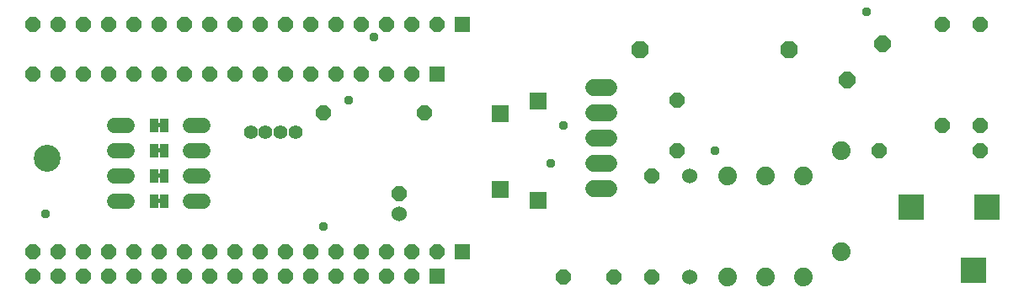
<source format=gbr>
G04 EAGLE Gerber RS-274X export*
G75*
%MOMM*%
%FSLAX34Y34*%
%LPD*%
%INSoldermask Bottom*%
%IPPOS*%
%AMOC8*
5,1,8,0,0,1.08239X$1,22.5*%
G01*
%ADD10C,2.703200*%
%ADD11P,1.649562X8X112.500000*%
%ADD12C,1.524000*%
%ADD13P,1.869504X8X202.500000*%
%ADD14P,1.649562X8X292.500000*%
%ADD15C,1.879600*%
%ADD16P,1.649562X8X22.500000*%
%ADD17P,1.649562X8X202.500000*%
%ADD18R,1.711200X1.711200*%
%ADD19C,1.411200*%
%ADD20C,1.524000*%
%ADD21R,2.603200X2.603200*%
%ADD22P,1.635708X8X202.500000*%
%ADD23R,1.511200X1.511200*%
%ADD24P,1.743947X8X247.500000*%
%ADD25C,1.727200*%
%ADD26R,0.838200X1.473200*%
%ADD27C,0.959600*%

G36*
X154370Y201307D02*
X154370Y201307D01*
X154436Y201309D01*
X154479Y201327D01*
X154526Y201335D01*
X154583Y201369D01*
X154643Y201394D01*
X154678Y201425D01*
X154719Y201450D01*
X154761Y201501D01*
X154809Y201545D01*
X154831Y201587D01*
X154860Y201624D01*
X154881Y201686D01*
X154912Y201745D01*
X154920Y201799D01*
X154932Y201836D01*
X154931Y201876D01*
X154939Y201930D01*
X154939Y204470D01*
X154928Y204535D01*
X154926Y204601D01*
X154908Y204644D01*
X154900Y204691D01*
X154866Y204748D01*
X154841Y204808D01*
X154810Y204843D01*
X154785Y204884D01*
X154734Y204926D01*
X154690Y204974D01*
X154648Y204996D01*
X154611Y205025D01*
X154549Y205046D01*
X154490Y205077D01*
X154436Y205085D01*
X154399Y205097D01*
X154359Y205096D01*
X154305Y205104D01*
X150495Y205104D01*
X150430Y205093D01*
X150364Y205091D01*
X150321Y205073D01*
X150274Y205065D01*
X150217Y205031D01*
X150157Y205006D01*
X150122Y204975D01*
X150081Y204950D01*
X150040Y204899D01*
X149991Y204855D01*
X149969Y204813D01*
X149940Y204776D01*
X149919Y204714D01*
X149888Y204655D01*
X149880Y204601D01*
X149868Y204564D01*
X149868Y204561D01*
X149869Y204524D01*
X149861Y204470D01*
X149861Y201930D01*
X149872Y201865D01*
X149874Y201799D01*
X149892Y201756D01*
X149900Y201709D01*
X149934Y201652D01*
X149959Y201592D01*
X149990Y201557D01*
X150015Y201516D01*
X150066Y201475D01*
X150110Y201426D01*
X150152Y201404D01*
X150189Y201375D01*
X150251Y201354D01*
X150310Y201323D01*
X150364Y201315D01*
X150401Y201303D01*
X150441Y201304D01*
X150495Y201296D01*
X154305Y201296D01*
X154370Y201307D01*
G37*
G36*
X154370Y175907D02*
X154370Y175907D01*
X154436Y175909D01*
X154479Y175927D01*
X154526Y175935D01*
X154583Y175969D01*
X154643Y175994D01*
X154678Y176025D01*
X154719Y176050D01*
X154761Y176101D01*
X154809Y176145D01*
X154831Y176187D01*
X154860Y176224D01*
X154881Y176286D01*
X154912Y176345D01*
X154920Y176399D01*
X154932Y176436D01*
X154931Y176476D01*
X154939Y176530D01*
X154939Y179070D01*
X154928Y179135D01*
X154926Y179201D01*
X154908Y179244D01*
X154900Y179291D01*
X154866Y179348D01*
X154841Y179408D01*
X154810Y179443D01*
X154785Y179484D01*
X154734Y179526D01*
X154690Y179574D01*
X154648Y179596D01*
X154611Y179625D01*
X154549Y179646D01*
X154490Y179677D01*
X154436Y179685D01*
X154399Y179697D01*
X154359Y179696D01*
X154305Y179704D01*
X150495Y179704D01*
X150430Y179693D01*
X150364Y179691D01*
X150321Y179673D01*
X150274Y179665D01*
X150217Y179631D01*
X150157Y179606D01*
X150122Y179575D01*
X150081Y179550D01*
X150040Y179499D01*
X149991Y179455D01*
X149969Y179413D01*
X149940Y179376D01*
X149919Y179314D01*
X149888Y179255D01*
X149880Y179201D01*
X149868Y179164D01*
X149868Y179161D01*
X149869Y179124D01*
X149861Y179070D01*
X149861Y176530D01*
X149872Y176465D01*
X149874Y176399D01*
X149892Y176356D01*
X149900Y176309D01*
X149934Y176252D01*
X149959Y176192D01*
X149990Y176157D01*
X150015Y176116D01*
X150066Y176075D01*
X150110Y176026D01*
X150152Y176004D01*
X150189Y175975D01*
X150251Y175954D01*
X150310Y175923D01*
X150364Y175915D01*
X150401Y175903D01*
X150441Y175904D01*
X150495Y175896D01*
X154305Y175896D01*
X154370Y175907D01*
G37*
G36*
X154370Y150507D02*
X154370Y150507D01*
X154436Y150509D01*
X154479Y150527D01*
X154526Y150535D01*
X154583Y150569D01*
X154643Y150594D01*
X154678Y150625D01*
X154719Y150650D01*
X154761Y150701D01*
X154809Y150745D01*
X154831Y150787D01*
X154860Y150824D01*
X154881Y150886D01*
X154912Y150945D01*
X154920Y150999D01*
X154932Y151036D01*
X154931Y151076D01*
X154939Y151130D01*
X154939Y153670D01*
X154928Y153735D01*
X154926Y153801D01*
X154908Y153844D01*
X154900Y153891D01*
X154866Y153948D01*
X154841Y154008D01*
X154810Y154043D01*
X154785Y154084D01*
X154734Y154126D01*
X154690Y154174D01*
X154648Y154196D01*
X154611Y154225D01*
X154549Y154246D01*
X154490Y154277D01*
X154436Y154285D01*
X154399Y154297D01*
X154359Y154296D01*
X154305Y154304D01*
X150495Y154304D01*
X150430Y154293D01*
X150364Y154291D01*
X150321Y154273D01*
X150274Y154265D01*
X150217Y154231D01*
X150157Y154206D01*
X150122Y154175D01*
X150081Y154150D01*
X150040Y154099D01*
X149991Y154055D01*
X149969Y154013D01*
X149940Y153976D01*
X149919Y153914D01*
X149888Y153855D01*
X149880Y153801D01*
X149868Y153764D01*
X149868Y153761D01*
X149869Y153724D01*
X149861Y153670D01*
X149861Y151130D01*
X149872Y151065D01*
X149874Y150999D01*
X149892Y150956D01*
X149900Y150909D01*
X149934Y150852D01*
X149959Y150792D01*
X149990Y150757D01*
X150015Y150716D01*
X150066Y150675D01*
X150110Y150626D01*
X150152Y150604D01*
X150189Y150575D01*
X150251Y150554D01*
X150310Y150523D01*
X150364Y150515D01*
X150401Y150503D01*
X150441Y150504D01*
X150495Y150496D01*
X154305Y150496D01*
X154370Y150507D01*
G37*
G36*
X154370Y125107D02*
X154370Y125107D01*
X154436Y125109D01*
X154479Y125127D01*
X154526Y125135D01*
X154583Y125169D01*
X154643Y125194D01*
X154678Y125225D01*
X154719Y125250D01*
X154761Y125301D01*
X154809Y125345D01*
X154831Y125387D01*
X154860Y125424D01*
X154881Y125486D01*
X154912Y125545D01*
X154920Y125599D01*
X154932Y125636D01*
X154931Y125676D01*
X154939Y125730D01*
X154939Y128270D01*
X154928Y128335D01*
X154926Y128401D01*
X154908Y128444D01*
X154900Y128491D01*
X154866Y128548D01*
X154841Y128608D01*
X154810Y128643D01*
X154785Y128684D01*
X154734Y128726D01*
X154690Y128774D01*
X154648Y128796D01*
X154611Y128825D01*
X154549Y128846D01*
X154490Y128877D01*
X154436Y128885D01*
X154399Y128897D01*
X154359Y128896D01*
X154305Y128904D01*
X150495Y128904D01*
X150430Y128893D01*
X150364Y128891D01*
X150321Y128873D01*
X150274Y128865D01*
X150217Y128831D01*
X150157Y128806D01*
X150122Y128775D01*
X150081Y128750D01*
X150040Y128699D01*
X149991Y128655D01*
X149969Y128613D01*
X149940Y128576D01*
X149919Y128514D01*
X149888Y128455D01*
X149880Y128401D01*
X149868Y128364D01*
X149868Y128361D01*
X149869Y128324D01*
X149861Y128270D01*
X149861Y125730D01*
X149872Y125665D01*
X149874Y125599D01*
X149892Y125556D01*
X149900Y125509D01*
X149934Y125452D01*
X149959Y125392D01*
X149990Y125357D01*
X150015Y125316D01*
X150066Y125275D01*
X150110Y125226D01*
X150152Y125204D01*
X150189Y125175D01*
X150251Y125154D01*
X150310Y125123D01*
X150364Y125115D01*
X150401Y125103D01*
X150441Y125104D01*
X150495Y125096D01*
X154305Y125096D01*
X154370Y125107D01*
G37*
D10*
X40000Y170000D03*
D11*
X393700Y134620D03*
D12*
X393700Y114300D03*
D13*
X786130Y279400D03*
X636270Y279400D03*
D14*
X673100Y228600D03*
X673100Y177800D03*
D15*
X762000Y152400D03*
X762000Y50800D03*
X723900Y50800D03*
X723900Y152400D03*
X800100Y152400D03*
X800100Y50800D03*
D14*
X939800Y304800D03*
X939800Y203200D03*
D11*
X977900Y203200D03*
X977900Y304800D03*
D16*
X876300Y177800D03*
X977900Y177800D03*
D17*
X609600Y50800D03*
X558800Y50800D03*
D18*
X495300Y138430D03*
X495300Y214630D03*
D19*
X289800Y195900D03*
X274800Y195900D03*
X259800Y195900D03*
X244800Y195900D03*
D20*
X120904Y203200D02*
X107696Y203200D01*
X107696Y177800D02*
X120904Y177800D01*
X120904Y152400D02*
X107696Y152400D01*
X107696Y127000D02*
X120904Y127000D01*
X183896Y127000D02*
X197104Y127000D01*
X197104Y152400D02*
X183896Y152400D01*
X183896Y177800D02*
X197104Y177800D01*
X197104Y203200D02*
X183896Y203200D01*
D21*
X971550Y57150D03*
D18*
X533400Y127800D03*
X533400Y227800D03*
D15*
X838200Y76200D03*
X838200Y177800D03*
D22*
X406400Y254160D03*
X381000Y254160D03*
X355600Y254160D03*
X330200Y254160D03*
X304800Y254160D03*
X279400Y254160D03*
X254000Y254160D03*
X228600Y254160D03*
X203200Y254160D03*
X177800Y254160D03*
X152400Y254160D03*
X127000Y254160D03*
X101600Y254160D03*
X76200Y254160D03*
X50800Y254160D03*
X25400Y254160D03*
X25400Y50960D03*
X50800Y50960D03*
X76200Y50960D03*
X101600Y50960D03*
X127000Y50960D03*
X152400Y50960D03*
X177800Y50960D03*
X203200Y50960D03*
X228600Y50960D03*
X254000Y50960D03*
X279400Y50960D03*
X304800Y50960D03*
X330200Y50960D03*
X355600Y50960D03*
X381000Y50960D03*
X406400Y50960D03*
D23*
X431800Y254160D03*
X431800Y50960D03*
D12*
X685800Y152400D03*
X685800Y50800D03*
D17*
X419100Y215900D03*
X317500Y215900D03*
D11*
X647700Y50800D03*
X647700Y152400D03*
D23*
X457200Y304800D03*
D22*
X431800Y304800D03*
X406400Y304800D03*
X381000Y304800D03*
X355600Y304800D03*
X330200Y304800D03*
X304800Y304800D03*
X279400Y304800D03*
X254000Y304800D03*
X228600Y304800D03*
X203200Y304800D03*
X177800Y304800D03*
X152400Y304800D03*
X127000Y304800D03*
X101600Y304800D03*
X76200Y304800D03*
X50800Y304800D03*
X25400Y304800D03*
X25400Y76200D03*
X50800Y76200D03*
X76200Y76200D03*
X101600Y76200D03*
X127000Y76200D03*
X152400Y76200D03*
X177800Y76200D03*
X203200Y76200D03*
X228600Y76200D03*
X254000Y76200D03*
X279400Y76200D03*
X304800Y76200D03*
X330200Y76200D03*
X355600Y76200D03*
X381000Y76200D03*
X406400Y76200D03*
X431800Y76200D03*
D23*
X457200Y76200D03*
D24*
X880291Y284661D03*
X844369Y248739D03*
D25*
X604520Y241300D02*
X589280Y241300D01*
X589280Y215900D02*
X604520Y215900D01*
X604520Y190500D02*
X589280Y190500D01*
X589280Y165100D02*
X604520Y165100D01*
X604520Y139700D02*
X589280Y139700D01*
D21*
X908700Y120650D03*
X984900Y120650D03*
D26*
X157480Y127000D03*
X147320Y127000D03*
X157480Y152400D03*
X147320Y152400D03*
X157480Y177800D03*
X147320Y177800D03*
X157480Y203200D03*
X147320Y203200D03*
D27*
X317500Y101600D03*
X342900Y228600D03*
X546100Y165100D03*
X863600Y317500D03*
X38100Y114300D03*
X558800Y203200D03*
X368300Y292100D03*
X711200Y177800D03*
M02*

</source>
